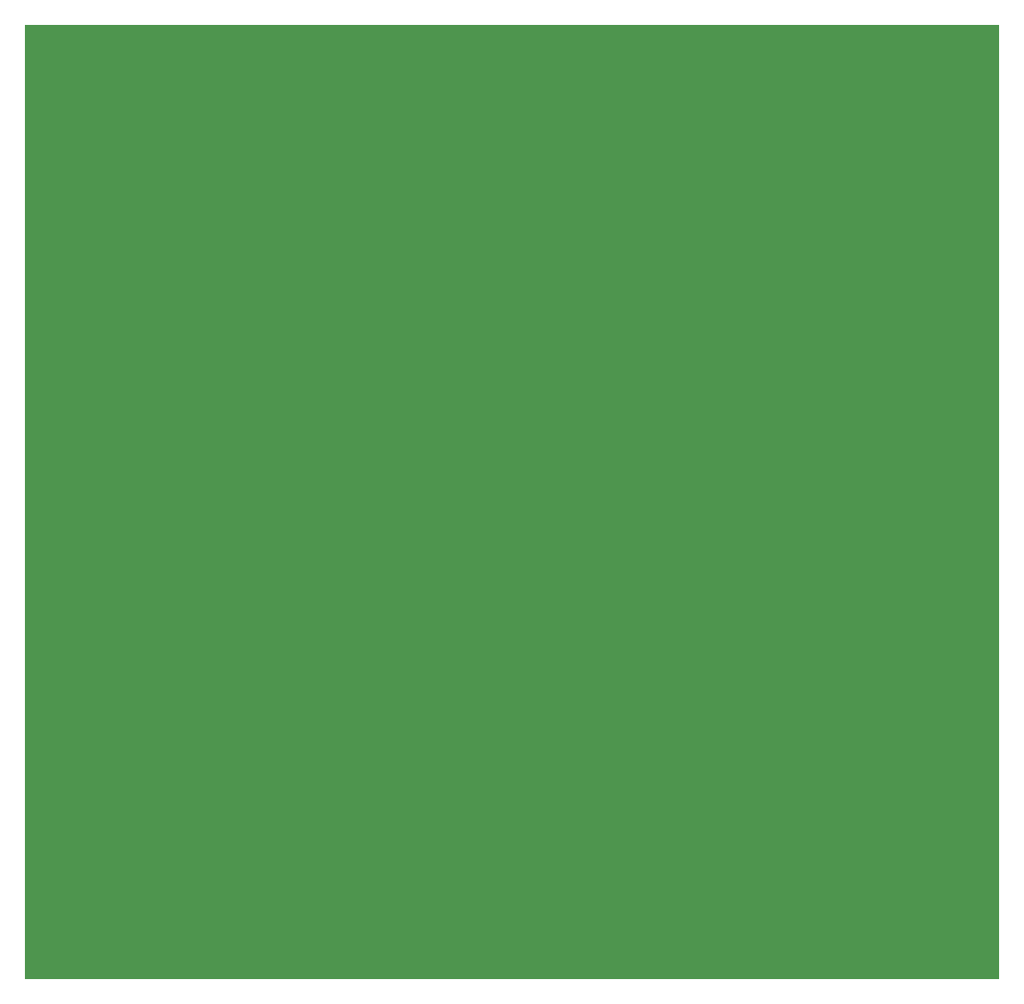
<source format=gbr>
G04 DipTrace 2.4.0.2*
%INBoard.gbr*%
%MOIN*%
%ADD11C,0.006*%
%FSLAX44Y44*%
G04*
G70*
G90*
G75*
G01*
%LNBoardPoly*%
%LPD*%
G36*
X3937Y40953D2*
D11*
X41686Y40937D1*
Y3937D1*
X3937Y3953D1*
Y40953D1*
G37*
M02*

</source>
